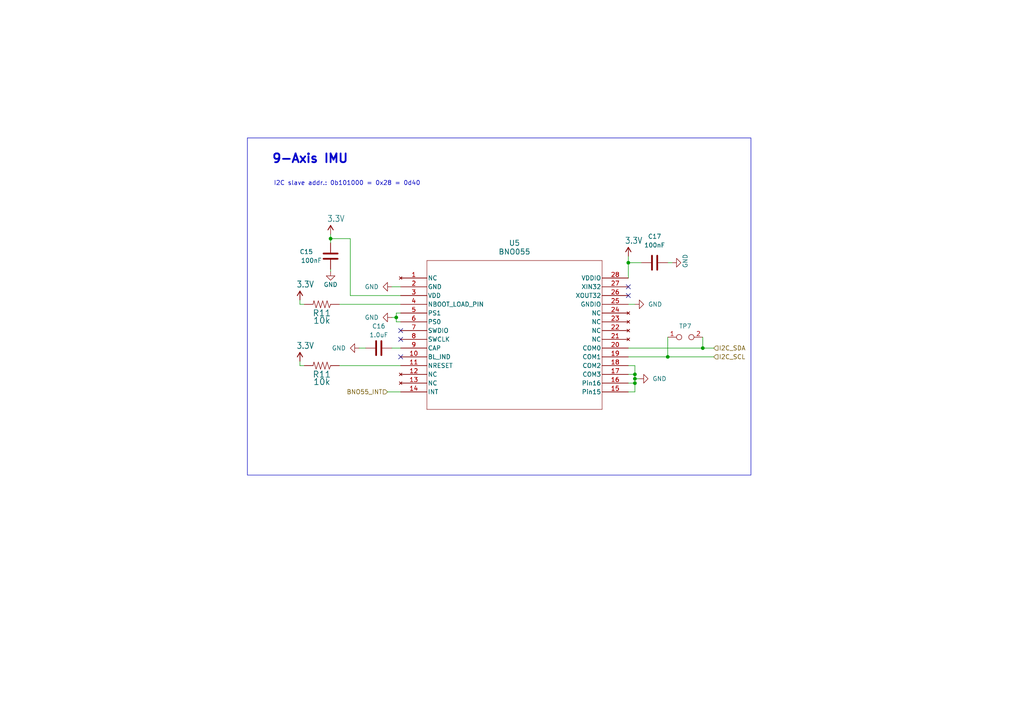
<source format=kicad_sch>
(kicad_sch (version 20230121) (generator eeschema)
  (paper "A4")
  (title_block (title "Intertia_Measurement_Unit"))
  (lib_symbols
    (symbol "Connector:TestPoint_2Pole" (pin_names (offset 0.762) hide)
      (property "Reference" "TP" (at 0 1.524 0))
      (property "Value" "TestPoint_2Pole" (at 0 -1.778 0))
      (symbol "TestPoint_2Pole_0_1"
        (circle (center -1.778 0) (radius 0.762))
        (circle (center 1.778 0) (radius 0.762))
        (pin passive line (at -5.08 0 0) (length 2.54) (name "1") (number "1"))
        (pin passive line (at 5.08 0 180) (length 2.54) (name "2") (number "2"))
      )
    )
    (symbol "Device:C" (pin_numbers hide) (pin_names (offset 0.254))
      (property "Reference" "C" (at 0.635 2.54 0))
      (property "Value" "C" (at 0.635 -2.54 0))
      (symbol "C_0_1"
        (polyline (pts (xy -2.032 -0.762) (xy 2.032 -0.762)) (stroke (width 0.508)))
        (polyline (pts (xy -2.032 0.762) (xy 2.032 0.762)) (stroke (width 0.508)))
      )
      (symbol "C_1_1"
        (pin passive line (at 0 3.81 270) (length 2.794) (name "~") (number "1"))
        (pin passive line (at 0 -3.81 90) (length 2.794) (name "~") (number "2"))
      )
    )
    (symbol "GND_1" (power) (pin_names (offset 0))
      (property "Value" "GND_1" (at 0 -3.81 0))
      (symbol "GND_1_0_1"
        (polyline (pts (xy 0 0) (xy 0 -1.27) (xy 1.27 -1.27) (xy 0 -2.54) (xy -1.27 -1.27) (xy 0 -1.27)))
      )
      (symbol "GND_1_1_1"
        (pin power_in line (at 0 0 270) (length 0) hide (name "GND") (number "1"))
      )
    )
    (symbol "HeadMouse:BNO055" (pin_names (offset 0.254))
      (property "Reference" "U" (at 33.02 10.16 0))
      (property "Value" "BNO055" (at 33.02 7.62 0))
      (symbol "BNO055_0_1"
        (polyline (pts (xy 7.62 -38.1) (xy 58.42 -38.1)) (stroke (width 0.127)))
        (polyline (pts (xy 7.62 5.08) (xy 7.62 -38.1)) (stroke (width 0.127)))
        (polyline (pts (xy 58.42 -38.1) (xy 58.42 5.08)) (stroke (width 0.127)))
        (polyline (pts (xy 58.42 5.08) (xy 7.62 5.08)) (stroke (width 0.127)))
        (pin no_connect line (at 0 0 0) (length 7.62) (name "NC") (number "1"))
        (pin output line (at 0 -22.86 0) (length 7.62) (name "BL_IND") (number "10"))
        (pin unspecified line (at 0 -25.4 0) (length 7.62) (name "NRESET") (number "11"))
        (pin no_connect line (at 0 -27.94 0) (length 7.62) (name "NC") (number "12"))
        (pin no_connect line (at 0 -30.48 0) (length 7.62) (name "NC") (number "13"))
        (pin output line (at 0 -33.02 0) (length 7.62) (name "INT") (number "14"))
        (pin input line (at 66.04 -27.94 180) (length 7.62) (name "COM3") (number "17"))
        (pin bidirectional line (at 66.04 -25.4 180) (length 7.62) (name "COM2") (number "18"))
        (pin bidirectional line (at 66.04 -22.86 180) (length 7.62) (name "COM1") (number "19"))
        (pin power_out line (at 0 -2.54 0) (length 7.62) (name "GND") (number "2"))
        (pin bidirectional line (at 66.04 -20.32 180) (length 7.62) (name "COM0") (number "20"))
        (pin no_connect line (at 66.04 -17.78 180) (length 7.62) (name "NC") (number "21"))
        (pin no_connect line (at 66.04 -15.24 180) (length 7.62) (name "NC") (number "22"))
        (pin no_connect line (at 66.04 -12.7 180) (length 7.62) (name "NC") (number "23"))
        (pin no_connect line (at 66.04 -10.16 180) (length 7.62) (name "NC") (number "24"))
        (pin output line (at 66.04 -5.08 180) (length 7.62) (name "XOUT32") (number "26"))
        (pin input line (at 66.04 -2.54 180) (length 7.62) (name "XIN32") (number "27"))
        (pin power_in line (at 66.04 0 180) (length 7.62) (name "VDDIO") (number "28"))
        (pin power_in line (at 0 -5.08 0) (length 7.62) (name "VDD") (number "3"))
        (pin input line (at 0 -7.62 0) (length 7.62) (name "NBOOT_LOAD_PIN") (number "4"))
        (pin input line (at 0 -10.16 0) (length 7.62) (name "PS1") (number "5"))
        (pin input line (at 0 -12.7 0) (length 7.62) (name "PS0") (number "6"))
        (pin bidirectional line (at 0 -15.24 0) (length 7.62) (name "SWDIO") (number "7"))
        (pin input line (at 0 -17.78 0) (length 7.62) (name "SWCLK") (number "8"))
        (pin unspecified line (at 0 -20.32 0) (length 7.62) (name "CAP") (number "9"))
      )
      (symbol "BNO055_1_1"
        (pin power_out line (at 66.04 -33.02 180) (length 7.62) (name "Pin15") (number "15"))
        (pin power_out line (at 66.04 -30.48 180) (length 7.62) (name "Pin16") (number "16"))
        (pin power_out line (at 66.04 -7.62 180) (length 7.62) (name "GNDIO") (number "25"))
      )
    )
    (symbol "esp32-thing-eagle-import:10KOHM-1/10W-1%(0603)0603"
      (property "Reference" "R" (at 0 1.524 0))
      (symbol "10KOHM-1/10W-1%(0603)0603_1_0"
        (polyline (pts (xy -2.54 0) (xy -2.159 1.016)) (stroke (width 0.1524)))
        (polyline (pts (xy -2.159 1.016) (xy -1.524 -1.016)) (stroke (width 0.1524)))
        (polyline (pts (xy -1.524 -1.016) (xy -0.889 1.016)) (stroke (width 0.1524)))
        (polyline (pts (xy -0.889 1.016) (xy -0.254 -1.016)) (stroke (width 0.1524)))
        (polyline (pts (xy -0.254 -1.016) (xy 0.381 1.016)) (stroke (width 0.1524)))
        (polyline (pts (xy 0.381 1.016) (xy 1.016 -1.016)) (stroke (width 0.1524)))
        (polyline (pts (xy 1.016 -1.016) (xy 1.651 1.016)) (stroke (width 0.1524)))
        (polyline (pts (xy 1.651 1.016) (xy 2.286 -1.016)) (stroke (width 0.1524)))
        (polyline (pts (xy 2.286 -1.016) (xy 2.54 0)) (stroke (width 0.1524)))
        (pin passive line (at -5.08 0 0) (length 2.54) (name "1") (number "1"))
        (pin passive line (at 5.08 0 180) (length 2.54) (name "2") (number "2"))
      )
    )
    (symbol "esp32-thing-eagle-import:3.3V" (power)
      (property "Value" "3.3V" (at -1.016 3.556 0))
      (symbol "3.3V_1_0"
        (polyline (pts (xy 0 2.54) (xy -0.762 1.27)) (stroke (width 0.254)))
        (polyline (pts (xy 0.762 1.27) (xy 0 2.54)) (stroke (width 0.254)))
        (pin power_in line (at 0 0 90) (length 2.54) (name "3.3V") (number "1"))
      )
    )
  )
  (junction (at 193.675 103.505))
  (junction (at 203.835 100.965))
  (junction (at 184.15 108.585))
  (junction (at 184.15 109.855))
  (junction (at 95.885 69.215))
  (junction (at 184.15 111.125))
  (junction (at 114.935 92.075))
  (junction (at 182.245 76.2))
  (no_connect (at 116.205 103.505))
  (no_connect (at 116.205 98.425))
  (no_connect (at 182.245 85.725))
  (no_connect (at 182.245 83.185))
  (no_connect (at 116.205 95.885))
  (wire (pts (xy 193.675 97.79) (xy 193.675 103.505)))
  (wire (pts (xy 114.935 92.075) (xy 114.935 90.805)))
  (wire (pts (xy 86.995 86.995) (xy 86.995 88.265)))
  (wire (pts (xy 182.245 76.2) (xy 186.055 76.2)))
  (wire (pts (xy 98.425 106.045) (xy 116.205 106.045)))
  (wire (pts (xy 95.885 78.74) (xy 95.885 78.105)))
  (wire (pts (xy 95.885 69.215) (xy 101.6 69.215)))
  (wire (pts (xy 182.245 113.665) (xy 184.15 113.665)))
  (wire (pts (xy 113.665 83.185) (xy 116.205 83.185)))
  (wire (pts (xy 104.14 100.965) (xy 106.045 100.965)))
  (wire (pts (xy 182.245 111.125) (xy 184.15 111.125)))
  (wire (pts (xy 182.245 106.045) (xy 184.15 106.045)))
  (wire (pts (xy 193.675 76.2) (xy 194.945 76.2)))
  (wire (pts (xy 184.15 111.125) (xy 184.15 109.855)))
  (wire (pts (xy 113.665 92.075) (xy 114.935 92.075)))
  (wire (pts (xy 203.835 100.965) (xy 207.01 100.965)))
  (wire (pts (xy 203.835 97.79) (xy 203.835 100.965)))
  (wire (pts (xy 112.395 113.665) (xy 116.205 113.665)))
  (wire (pts (xy 182.245 88.265) (xy 184.15 88.265)))
  (wire (pts (xy 113.665 100.965) (xy 116.205 100.965)))
  (wire (pts (xy 184.15 109.855) (xy 184.15 108.585)))
  (wire (pts (xy 184.15 106.045) (xy 184.15 108.585)))
  (wire (pts (xy 86.995 88.265) (xy 88.265 88.265)))
  (wire (pts (xy 98.425 88.265) (xy 116.205 88.265)))
  (wire (pts (xy 182.245 76.2) (xy 182.245 80.645)))
  (wire (pts (xy 95.885 70.485) (xy 95.885 69.215)))
  (wire (pts (xy 184.15 113.665) (xy 184.15 111.125)))
  (wire (pts (xy 114.935 93.345) (xy 116.205 93.345)))
  (wire (pts (xy 193.675 103.505) (xy 207.01 103.505)))
  (wire (pts (xy 185.42 109.855) (xy 184.15 109.855)))
  (wire (pts (xy 182.245 103.505) (xy 193.675 103.505)))
  (wire (pts (xy 114.935 92.075) (xy 114.935 93.345)))
  (wire (pts (xy 95.885 67.945) (xy 95.885 69.215)))
  (wire (pts (xy 182.245 74.295) (xy 182.245 76.2)))
  (wire (pts (xy 86.995 106.045) (xy 88.265 106.045)))
  (wire (pts (xy 116.205 85.725) (xy 101.6 85.725)))
  (wire (pts (xy 101.6 85.725) (xy 101.6 69.215)))
  (wire (pts (xy 114.935 90.805) (xy 116.205 90.805)))
  (wire (pts (xy 86.995 106.045) (xy 86.995 104.775)))
  (wire (pts (xy 182.245 108.585) (xy 184.15 108.585)))
  (wire (pts (xy 182.245 100.965) (xy 203.835 100.965)))
  (rectangle (start 71.755 40.005) (end 217.805 137.795))
  (text "9-Axis IMU" (at 78.74 47.625 0) (effects (font (size 2.54 2.54) (thickness 0.508) bold) (justify left bottom)))
  (text "I2C slave addr.: 0b101000 = 0x28 = 0d40" (at 79.375 53.975 0) (effects (font (size 1.27 1.27)) (justify left bottom)))
  (hierarchical_label "BNO55_INT" (shape input) (at 112.395 113.665 180))
  (hierarchical_label "I2C_SCL" (shape input) (at 207.01 103.505 0))
  (hierarchical_label "I2C_SDA" (shape input) (at 207.01 100.965 0))
  (symbol (lib_id "Device:C") (at 109.855 100.965 90) (unit 1)
    (property "Reference" "C16" (at 109.855 94.615 90))
    (property "Value" "1.0uF" (at 109.855 97.155 90))
    (property "Footprint" "Capacitor_SMD:C_0603_1608Metric_Pad1.08x0.95mm_HandSolder" (effects hide))
    (property "Mouser" "F921E105KPA" (effects hide))
  )
  (symbol (lib_id "esp32-thing-eagle-import:3.3V") (at 95.885 67.945 0) (unit 1)
    (property "Reference" "#SUPPLY08" (effects hide))
    (property "Value" "3.3V" (at 94.869 64.389 0) (effects (font (size 1.778 1.5113)) (justify left bottom)))
    (instances (project "HM_mainboard" (path "" (reference "#SUPPLY08") (unit 1)) (path "" (reference "#SUPPLY07") (unit 1)) (path "" (reference "#SUPPLY021") (unit 1))) (project "esp32-thing" (path "" (reference "#SUPPLY8") (unit 1))))
  )
  (symbol (lib_name "GND_1") (lib_id "power:GND") (at 194.945 76.2 90) (unit 1)
    (property "Reference" "#PWR06" (effects hide))
    (property "Value" "GND" (at 198.755 73.66 0) (effects (justify right)))
    (instances (project "HM_mainboard" (path "" (reference "#PWR06") (unit 1)) (path "" (reference "#PWR09") (unit 1)) (path "" (reference "#PWR040") (unit 1))))
  )
  (symbol (lib_name "GND_1") (lib_id "power:GND") (at 184.15 88.265 90) (unit 1)
    (property "Reference" "#PWR06" (effects hide))
    (property "Value" "GND" (at 187.96 88.265 90) (effects (justify right)))
    (instances (project "HM_mainboard" (path "" (reference "#PWR06") (unit 1)) (path "" (reference "#PWR09") (unit 1)) (path "" (reference "#PWR038") (unit 1))))
  )
  (symbol (lib_id "esp32-thing-eagle-import:10KOHM-1/10W-1%(0603)0603") (at 93.345 88.265 180) (unit 1)
    (property "Reference" "R11" (at 93.345 89.789 0) (effects (font (size 1.778 1.778)) (justify bottom)))
    (property "Value" "10k" (at 93.345 93.98 0) (effects (font (size 1.778 1.778)) (justify top)))
    (property "Footprint" "Resistor_SMD:R_0603_1608Metric_Pad0.98x0.95mm_HandSolder" (effects hide))
    (instances (project "HM_mainboard" (path "" (reference "R11") (unit 1)) (path "" (reference "R8") (unit 1)) (path "" (reference "R14") (unit 1))) (project "esp32-thing" (path "" (reference "R1") (unit 1))))
  )
  (symbol (lib_id "esp32-thing-eagle-import:3.3V") (at 86.995 86.995 0) (unit 1)
    (property "Reference" "#SUPPLY08" (effects hide))
    (property "Value" "3.3V" (at 85.979 83.439 0) (effects (font (size 1.778 1.5113)) (justify left bottom)))
    (instances (project "HM_mainboard" (path "" (reference "#SUPPLY08") (unit 1)) (path "" (reference "#SUPPLY07") (unit 1)) (path "" (reference "#SUPPLY019") (unit 1))) (project "esp32-thing" (path "" (reference "#SUPPLY8") (unit 1))))
  )
  (symbol (lib_id "esp32-thing-eagle-import:3.3V") (at 182.245 74.295 0) (unit 1)
    (property "Reference" "#SUPPLY08" (effects hide))
    (property "Value" "3.3V" (at 181.229 70.739 0) (effects (font (size 1.778 1.5113)) (justify left bottom)))
    (instances (project "HM_mainboard" (path "" (reference "#SUPPLY08") (unit 1)) (path "" (reference "#SUPPLY07") (unit 1)) (path "" (reference "#SUPPLY022") (unit 1))) (project "esp32-thing" (path "" (reference "#SUPPLY8") (unit 1))))
  )
  (symbol (lib_name "GND_1") (lib_id "power:GND") (at 113.665 92.075 270) (unit 1)
    (property "Reference" "#PWR06" (effects hide))
    (property "Value" "GND" (at 109.855 92.075 90) (effects (justify right)))
    (instances (project "HM_mainboard" (path "" (reference "#PWR06") (unit 1)) (path "" (reference "#PWR09") (unit 1)) (path "" (reference "#PWR037") (unit 1))))
  )
  (symbol (lib_id "Device:C") (at 189.865 76.2 90) (unit 1)
    (property "Reference" "C17" (at 189.865 68.58 90))
    (property "Value" "100nF" (at 189.865 71.12 90))
    (property "Footprint" "Capacitor_SMD:C_0603_1608Metric_Pad1.08x0.95mm_HandSolder" (effects hide))
    (property "Digikey" "1276-CL10B104KB8NNNLCT-ND" (effects hide))
    (property "Mouser" "581-06035C104K4" (effects hide))
    (property "RS Components" "200-6519" (effects hide))
  )
  (symbol (lib_name "GND_1") (lib_id "power:GND") (at 113.665 83.185 270) (unit 1)
    (property "Reference" "#PWR06" (effects hide))
    (property "Value" "GND" (at 109.855 83.185 90) (effects (justify right)))
    (instances (project "HM_mainboard" (path "" (reference "#PWR06") (unit 1)) (path "" (reference "#PWR09") (unit 1)) (path "" (reference "#PWR036") (unit 1))))
  )
  (symbol (lib_name "GND_1") (lib_id "power:GND") (at 104.14 100.965 270) (unit 1)
    (property "Reference" "#PWR06" (effects hide))
    (property "Value" "GND" (at 100.33 100.965 90) (effects (justify right)))
    (instances (project "HM_mainboard" (path "" (reference "#PWR06") (unit 1)) (path "" (reference "#PWR09") (unit 1)) (path "" (reference "#PWR035") (unit 1))))
  )
  (symbol (lib_id "HeadMouse:BNO055") (at 116.205 80.645 0) (unit 1)
    (property "Reference" "U5" (at 149.225 70.485 0) (effects (font (size 1.524 1.524))))
    (property "Value" "BNO055" (at 149.225 73.025 0) (effects (font (size 1.524 1.524))))
    (property "Footprint" "QFN_BNO055_BOS" (effects hide))
    (property "Datasheet" "BNO055" (effects hide))
    (property "Digikey" "828-1058" (effects hide))
    (property "Mouser Price/Stock" "https://www.digikey.at/en/products/detail/bosch-sensortec/BNO055/6136301" (effects hide))
  )
  (symbol (lib_id "Connector:TestPoint_2Pole") (at 198.755 97.79 0) (unit 1)
    (property "Reference" "TP7" (at 198.755 94.615 0))
    (property "Value" "TestPoint_2Pole" (effects hide))
    (property "Footprint" "Connector_PinHeader_2.54mm:PinHeader_1x02_P2.54mm_Vertical" (effects hide))
  )
  (symbol (lib_name "GND_1") (lib_id "power:GND") (at 95.885 78.74 0) (unit 1)
    (property "Reference" "#PWR06" (effects hide))
    (property "Value" "GND" (at 95.885 82.55 0))
    (instances (project "HM_mainboard" (path "" (reference "#PWR06") (unit 1)) (path "" (reference "#PWR09") (unit 1)) (path "" (reference "#PWR034") (unit 1))))
  )
  (symbol (lib_name "GND_1") (lib_id "power:GND") (at 185.42 109.855 90) (unit 1)
    (property "Reference" "#PWR06" (effects hide))
    (property "Value" "GND" (at 189.23 109.855 90) (effects (justify right)))
    (instances (project "HM_mainboard" (path "" (reference "#PWR06") (unit 1)) (path "" (reference "#PWR09") (unit 1)) (path "" (reference "#PWR039") (unit 1))))
  )
  (symbol (lib_id "Device:C") (at 95.885 74.295 0) (unit 1)
    (property "Reference" "C15" (at 90.805 73.025 0) (effects (justify right)))
    (property "Value" "100nF" (at 93.345 75.565 0) (effects (justify right)))
    (property "Footprint" "Capacitor_SMD:C_0603_1608Metric_Pad1.08x0.95mm_HandSolder" (effects hide))
    (property "Digikey" "1276-CL10B104KB8NNNLCT-ND" (effects hide))
    (property "Mouser" "581-06035C104K4" (effects hide))
    (property "RS Components" "200-6519" (effects hide))
  )
  (symbol (lib_id "esp32-thing-eagle-import:3.3V") (at 86.995 104.775 0) (unit 1)
    (property "Reference" "#SUPPLY08" (effects hide))
    (property "Value" "3.3V" (at 85.979 101.219 0) (effects (font (size 1.778 1.5113)) (justify left bottom)))
    (instances (project "HM_mainboard" (path "" (reference "#SUPPLY08") (unit 1)) (path "" (reference "#SUPPLY07") (unit 1)) (path "" (reference "#SUPPLY020") (unit 1))) (project "esp32-thing" (path "" (reference "#SUPPLY8") (unit 1))))
  )
  (symbol (lib_id "esp32-thing-eagle-import:10KOHM-1/10W-1%(0603)0603") (at 93.345 106.045 180) (unit 1)
    (property "Reference" "R11" (at 93.345 107.569 0) (effects (font (size 1.778 1.778)) (justify bottom)))
    (property "Value" "10k" (at 93.345 111.76 0) (effects (font (size 1.778 1.778)) (justify top)))
    (property "Footprint" "Resistor_SMD:R_0603_1608Metric_Pad0.98x0.95mm_HandSolder" (effects hide))
    (instances (project "HM_mainboard" (path "" (reference "R11") (unit 1)) (path "" (reference "R8") (unit 1)) (path "" (reference "R15") (unit 1))) (project "esp32-thing" (path "" (reference "R1") (unit 1))))
  )
)
</source>
